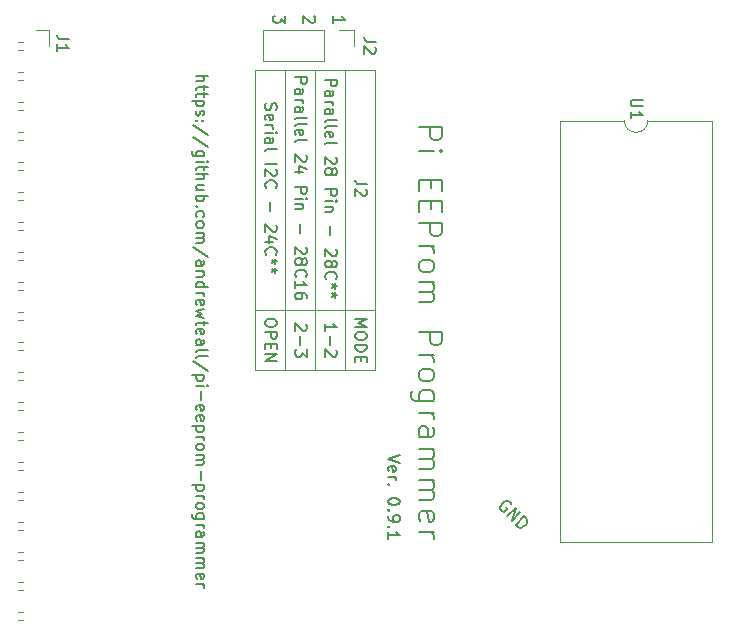
<source format=gbr>
G04 #@! TF.GenerationSoftware,KiCad,Pcbnew,6.0.8+dfsg-1~bpo11+1+rpt1*
G04 #@! TF.CreationDate,2023-08-16T15:04:43-04:00*
G04 #@! TF.ProjectId,pi-eeprom-programmer,70692d65-6570-4726-9f6d-2d70726f6772,0.9.1*
G04 #@! TF.SameCoordinates,Original*
G04 #@! TF.FileFunction,Legend,Top*
G04 #@! TF.FilePolarity,Positive*
%FSLAX46Y46*%
G04 Gerber Fmt 4.6, Leading zero omitted, Abs format (unit mm)*
G04 Created by KiCad (PCBNEW 6.0.8+dfsg-1~bpo11+1+rpt1) date 2023-08-16 15:04:43*
%MOMM*%
%LPD*%
G01*
G04 APERTURE LIST*
%ADD10C,0.120000*%
%ADD11C,0.150000*%
G04 APERTURE END LIST*
D10*
X162814000Y-46990000D02*
X162814000Y-72390000D01*
X165354000Y-46990000D02*
X155194000Y-46990000D01*
X155194000Y-46990000D02*
X155194000Y-72390000D01*
X155194000Y-72390000D02*
X165354000Y-72390000D01*
X165354000Y-72390000D02*
X165354000Y-46990000D01*
X165354000Y-67310000D02*
X155194000Y-67310000D01*
X157734000Y-72390000D02*
X157734000Y-46990000D01*
X160274000Y-72390000D02*
X160274000Y-46990000D01*
D11*
X169021238Y-51785785D02*
X171021238Y-51785785D01*
X171021238Y-52547690D01*
X170926000Y-52738166D01*
X170830761Y-52833404D01*
X170640285Y-52928642D01*
X170354571Y-52928642D01*
X170164095Y-52833404D01*
X170068857Y-52738166D01*
X169973619Y-52547690D01*
X169973619Y-51785785D01*
X169021238Y-53785785D02*
X170354571Y-53785785D01*
X171021238Y-53785785D02*
X170926000Y-53690547D01*
X170830761Y-53785785D01*
X170926000Y-53881023D01*
X171021238Y-53785785D01*
X170830761Y-53785785D01*
X170068857Y-56261976D02*
X170068857Y-56928642D01*
X169021238Y-57214357D02*
X169021238Y-56261976D01*
X171021238Y-56261976D01*
X171021238Y-57214357D01*
X170068857Y-58071500D02*
X170068857Y-58738166D01*
X169021238Y-59023880D02*
X169021238Y-58071500D01*
X171021238Y-58071500D01*
X171021238Y-59023880D01*
X169021238Y-59881023D02*
X171021238Y-59881023D01*
X171021238Y-60642928D01*
X170926000Y-60833404D01*
X170830761Y-60928642D01*
X170640285Y-61023880D01*
X170354571Y-61023880D01*
X170164095Y-60928642D01*
X170068857Y-60833404D01*
X169973619Y-60642928D01*
X169973619Y-59881023D01*
X169021238Y-61881023D02*
X170354571Y-61881023D01*
X169973619Y-61881023D02*
X170164095Y-61976261D01*
X170259333Y-62071500D01*
X170354571Y-62261976D01*
X170354571Y-62452452D01*
X169021238Y-63404833D02*
X169116476Y-63214357D01*
X169211714Y-63119119D01*
X169402190Y-63023880D01*
X169973619Y-63023880D01*
X170164095Y-63119119D01*
X170259333Y-63214357D01*
X170354571Y-63404833D01*
X170354571Y-63690547D01*
X170259333Y-63881023D01*
X170164095Y-63976261D01*
X169973619Y-64071500D01*
X169402190Y-64071500D01*
X169211714Y-63976261D01*
X169116476Y-63881023D01*
X169021238Y-63690547D01*
X169021238Y-63404833D01*
X169021238Y-64928642D02*
X170354571Y-64928642D01*
X170164095Y-64928642D02*
X170259333Y-65023880D01*
X170354571Y-65214357D01*
X170354571Y-65500071D01*
X170259333Y-65690547D01*
X170068857Y-65785785D01*
X169021238Y-65785785D01*
X170068857Y-65785785D02*
X170259333Y-65881023D01*
X170354571Y-66071500D01*
X170354571Y-66357214D01*
X170259333Y-66547690D01*
X170068857Y-66642928D01*
X169021238Y-66642928D01*
X169021238Y-69119119D02*
X171021238Y-69119119D01*
X171021238Y-69881023D01*
X170926000Y-70071500D01*
X170830761Y-70166738D01*
X170640285Y-70261976D01*
X170354571Y-70261976D01*
X170164095Y-70166738D01*
X170068857Y-70071500D01*
X169973619Y-69881023D01*
X169973619Y-69119119D01*
X169021238Y-71119119D02*
X170354571Y-71119119D01*
X169973619Y-71119119D02*
X170164095Y-71214357D01*
X170259333Y-71309595D01*
X170354571Y-71500071D01*
X170354571Y-71690547D01*
X169021238Y-72642928D02*
X169116476Y-72452452D01*
X169211714Y-72357214D01*
X169402190Y-72261976D01*
X169973619Y-72261976D01*
X170164095Y-72357214D01*
X170259333Y-72452452D01*
X170354571Y-72642928D01*
X170354571Y-72928642D01*
X170259333Y-73119119D01*
X170164095Y-73214357D01*
X169973619Y-73309595D01*
X169402190Y-73309595D01*
X169211714Y-73214357D01*
X169116476Y-73119119D01*
X169021238Y-72928642D01*
X169021238Y-72642928D01*
X170354571Y-75023880D02*
X168735523Y-75023880D01*
X168545047Y-74928642D01*
X168449809Y-74833404D01*
X168354571Y-74642928D01*
X168354571Y-74357214D01*
X168449809Y-74166738D01*
X169116476Y-75023880D02*
X169021238Y-74833404D01*
X169021238Y-74452452D01*
X169116476Y-74261976D01*
X169211714Y-74166738D01*
X169402190Y-74071500D01*
X169973619Y-74071500D01*
X170164095Y-74166738D01*
X170259333Y-74261976D01*
X170354571Y-74452452D01*
X170354571Y-74833404D01*
X170259333Y-75023880D01*
X169021238Y-75976261D02*
X170354571Y-75976261D01*
X169973619Y-75976261D02*
X170164095Y-76071500D01*
X170259333Y-76166738D01*
X170354571Y-76357214D01*
X170354571Y-76547690D01*
X169021238Y-78071500D02*
X170068857Y-78071500D01*
X170259333Y-77976261D01*
X170354571Y-77785785D01*
X170354571Y-77404833D01*
X170259333Y-77214357D01*
X169116476Y-78071500D02*
X169021238Y-77881023D01*
X169021238Y-77404833D01*
X169116476Y-77214357D01*
X169306952Y-77119119D01*
X169497428Y-77119119D01*
X169687904Y-77214357D01*
X169783142Y-77404833D01*
X169783142Y-77881023D01*
X169878380Y-78071500D01*
X169021238Y-79023880D02*
X170354571Y-79023880D01*
X170164095Y-79023880D02*
X170259333Y-79119119D01*
X170354571Y-79309595D01*
X170354571Y-79595309D01*
X170259333Y-79785785D01*
X170068857Y-79881023D01*
X169021238Y-79881023D01*
X170068857Y-79881023D02*
X170259333Y-79976261D01*
X170354571Y-80166738D01*
X170354571Y-80452452D01*
X170259333Y-80642928D01*
X170068857Y-80738166D01*
X169021238Y-80738166D01*
X169021238Y-81690547D02*
X170354571Y-81690547D01*
X170164095Y-81690547D02*
X170259333Y-81785785D01*
X170354571Y-81976261D01*
X170354571Y-82261976D01*
X170259333Y-82452452D01*
X170068857Y-82547690D01*
X169021238Y-82547690D01*
X170068857Y-82547690D02*
X170259333Y-82642928D01*
X170354571Y-82833404D01*
X170354571Y-83119119D01*
X170259333Y-83309595D01*
X170068857Y-83404833D01*
X169021238Y-83404833D01*
X169116476Y-85119119D02*
X169021238Y-84928642D01*
X169021238Y-84547690D01*
X169116476Y-84357214D01*
X169306952Y-84261976D01*
X170068857Y-84261976D01*
X170259333Y-84357214D01*
X170354571Y-84547690D01*
X170354571Y-84928642D01*
X170259333Y-85119119D01*
X170068857Y-85214357D01*
X169878380Y-85214357D01*
X169687904Y-84261976D01*
X169021238Y-86071500D02*
X170354571Y-86071500D01*
X169973619Y-86071500D02*
X170164095Y-86166738D01*
X170259333Y-86261976D01*
X170354571Y-86452452D01*
X170354571Y-86642928D01*
X161091619Y-47769047D02*
X162091619Y-47769047D01*
X162091619Y-48150000D01*
X162044000Y-48245238D01*
X161996380Y-48292857D01*
X161901142Y-48340476D01*
X161758285Y-48340476D01*
X161663047Y-48292857D01*
X161615428Y-48245238D01*
X161567809Y-48150000D01*
X161567809Y-47769047D01*
X161091619Y-49197619D02*
X161615428Y-49197619D01*
X161710666Y-49150000D01*
X161758285Y-49054762D01*
X161758285Y-48864285D01*
X161710666Y-48769047D01*
X161139238Y-49197619D02*
X161091619Y-49102381D01*
X161091619Y-48864285D01*
X161139238Y-48769047D01*
X161234476Y-48721428D01*
X161329714Y-48721428D01*
X161424952Y-48769047D01*
X161472571Y-48864285D01*
X161472571Y-49102381D01*
X161520190Y-49197619D01*
X161091619Y-49673809D02*
X161758285Y-49673809D01*
X161567809Y-49673809D02*
X161663047Y-49721428D01*
X161710666Y-49769047D01*
X161758285Y-49864285D01*
X161758285Y-49959524D01*
X161091619Y-50721428D02*
X161615428Y-50721428D01*
X161710666Y-50673809D01*
X161758285Y-50578571D01*
X161758285Y-50388095D01*
X161710666Y-50292857D01*
X161139238Y-50721428D02*
X161091619Y-50626190D01*
X161091619Y-50388095D01*
X161139238Y-50292857D01*
X161234476Y-50245238D01*
X161329714Y-50245238D01*
X161424952Y-50292857D01*
X161472571Y-50388095D01*
X161472571Y-50626190D01*
X161520190Y-50721428D01*
X161091619Y-51340476D02*
X161139238Y-51245238D01*
X161234476Y-51197619D01*
X162091619Y-51197619D01*
X161091619Y-51864285D02*
X161139238Y-51769047D01*
X161234476Y-51721428D01*
X162091619Y-51721428D01*
X161139238Y-52626190D02*
X161091619Y-52530952D01*
X161091619Y-52340476D01*
X161139238Y-52245238D01*
X161234476Y-52197619D01*
X161615428Y-52197619D01*
X161710666Y-52245238D01*
X161758285Y-52340476D01*
X161758285Y-52530952D01*
X161710666Y-52626190D01*
X161615428Y-52673809D01*
X161520190Y-52673809D01*
X161424952Y-52197619D01*
X161091619Y-53245238D02*
X161139238Y-53150000D01*
X161234476Y-53102381D01*
X162091619Y-53102381D01*
X161996380Y-54340476D02*
X162044000Y-54388095D01*
X162091619Y-54483333D01*
X162091619Y-54721428D01*
X162044000Y-54816666D01*
X161996380Y-54864285D01*
X161901142Y-54911904D01*
X161805904Y-54911904D01*
X161663047Y-54864285D01*
X161091619Y-54292857D01*
X161091619Y-54911904D01*
X161663047Y-55483333D02*
X161710666Y-55388095D01*
X161758285Y-55340476D01*
X161853523Y-55292857D01*
X161901142Y-55292857D01*
X161996380Y-55340476D01*
X162044000Y-55388095D01*
X162091619Y-55483333D01*
X162091619Y-55673809D01*
X162044000Y-55769047D01*
X161996380Y-55816666D01*
X161901142Y-55864285D01*
X161853523Y-55864285D01*
X161758285Y-55816666D01*
X161710666Y-55769047D01*
X161663047Y-55673809D01*
X161663047Y-55483333D01*
X161615428Y-55388095D01*
X161567809Y-55340476D01*
X161472571Y-55292857D01*
X161282095Y-55292857D01*
X161186857Y-55340476D01*
X161139238Y-55388095D01*
X161091619Y-55483333D01*
X161091619Y-55673809D01*
X161139238Y-55769047D01*
X161186857Y-55816666D01*
X161282095Y-55864285D01*
X161472571Y-55864285D01*
X161567809Y-55816666D01*
X161615428Y-55769047D01*
X161663047Y-55673809D01*
X161091619Y-57054762D02*
X162091619Y-57054762D01*
X162091619Y-57435714D01*
X162044000Y-57530952D01*
X161996380Y-57578571D01*
X161901142Y-57626190D01*
X161758285Y-57626190D01*
X161663047Y-57578571D01*
X161615428Y-57530952D01*
X161567809Y-57435714D01*
X161567809Y-57054762D01*
X161091619Y-58054762D02*
X161758285Y-58054762D01*
X162091619Y-58054762D02*
X162044000Y-58007143D01*
X161996380Y-58054762D01*
X162044000Y-58102381D01*
X162091619Y-58054762D01*
X161996380Y-58054762D01*
X161758285Y-58530952D02*
X161091619Y-58530952D01*
X161663047Y-58530952D02*
X161710666Y-58578571D01*
X161758285Y-58673809D01*
X161758285Y-58816666D01*
X161710666Y-58911904D01*
X161615428Y-58959524D01*
X161091619Y-58959524D01*
X161472571Y-60197619D02*
X161472571Y-60959524D01*
X161996380Y-62150000D02*
X162044000Y-62197619D01*
X162091619Y-62292857D01*
X162091619Y-62530952D01*
X162044000Y-62626190D01*
X161996380Y-62673809D01*
X161901142Y-62721428D01*
X161805904Y-62721428D01*
X161663047Y-62673809D01*
X161091619Y-62102381D01*
X161091619Y-62721428D01*
X161663047Y-63292857D02*
X161710666Y-63197619D01*
X161758285Y-63150000D01*
X161853523Y-63102381D01*
X161901142Y-63102381D01*
X161996380Y-63150000D01*
X162044000Y-63197619D01*
X162091619Y-63292857D01*
X162091619Y-63483333D01*
X162044000Y-63578571D01*
X161996380Y-63626190D01*
X161901142Y-63673809D01*
X161853523Y-63673809D01*
X161758285Y-63626190D01*
X161710666Y-63578571D01*
X161663047Y-63483333D01*
X161663047Y-63292857D01*
X161615428Y-63197619D01*
X161567809Y-63150000D01*
X161472571Y-63102381D01*
X161282095Y-63102381D01*
X161186857Y-63150000D01*
X161139238Y-63197619D01*
X161091619Y-63292857D01*
X161091619Y-63483333D01*
X161139238Y-63578571D01*
X161186857Y-63626190D01*
X161282095Y-63673809D01*
X161472571Y-63673809D01*
X161567809Y-63626190D01*
X161615428Y-63578571D01*
X161663047Y-63483333D01*
X161186857Y-64673809D02*
X161139238Y-64626190D01*
X161091619Y-64483333D01*
X161091619Y-64388095D01*
X161139238Y-64245238D01*
X161234476Y-64150000D01*
X161329714Y-64102381D01*
X161520190Y-64054762D01*
X161663047Y-64054762D01*
X161853523Y-64102381D01*
X161948761Y-64150000D01*
X162044000Y-64245238D01*
X162091619Y-64388095D01*
X162091619Y-64483333D01*
X162044000Y-64626190D01*
X161996380Y-64673809D01*
X162091619Y-65245238D02*
X161853523Y-65245238D01*
X161948761Y-65007143D02*
X161853523Y-65245238D01*
X161948761Y-65483333D01*
X161663047Y-65102381D02*
X161853523Y-65245238D01*
X161663047Y-65388095D01*
X162091619Y-66007143D02*
X161853523Y-66007143D01*
X161948761Y-65769047D02*
X161853523Y-66007143D01*
X161948761Y-66245238D01*
X161663047Y-65864285D02*
X161853523Y-66007143D01*
X161663047Y-66150000D01*
X167425619Y-79547690D02*
X166425619Y-79881024D01*
X167425619Y-80214357D01*
X166473238Y-80928643D02*
X166425619Y-80833405D01*
X166425619Y-80642929D01*
X166473238Y-80547690D01*
X166568476Y-80500071D01*
X166949428Y-80500071D01*
X167044666Y-80547690D01*
X167092285Y-80642929D01*
X167092285Y-80833405D01*
X167044666Y-80928643D01*
X166949428Y-80976262D01*
X166854190Y-80976262D01*
X166758952Y-80500071D01*
X166425619Y-81404833D02*
X167092285Y-81404833D01*
X166901809Y-81404833D02*
X166997047Y-81452452D01*
X167044666Y-81500071D01*
X167092285Y-81595309D01*
X167092285Y-81690548D01*
X166520857Y-82023881D02*
X166473238Y-82071500D01*
X166425619Y-82023881D01*
X166473238Y-81976262D01*
X166520857Y-82023881D01*
X166425619Y-82023881D01*
X167425619Y-83452452D02*
X167425619Y-83547690D01*
X167378000Y-83642929D01*
X167330380Y-83690548D01*
X167235142Y-83738167D01*
X167044666Y-83785786D01*
X166806571Y-83785786D01*
X166616095Y-83738167D01*
X166520857Y-83690548D01*
X166473238Y-83642929D01*
X166425619Y-83547690D01*
X166425619Y-83452452D01*
X166473238Y-83357214D01*
X166520857Y-83309595D01*
X166616095Y-83261976D01*
X166806571Y-83214357D01*
X167044666Y-83214357D01*
X167235142Y-83261976D01*
X167330380Y-83309595D01*
X167378000Y-83357214D01*
X167425619Y-83452452D01*
X166520857Y-84214357D02*
X166473238Y-84261976D01*
X166425619Y-84214357D01*
X166473238Y-84166738D01*
X166520857Y-84214357D01*
X166425619Y-84214357D01*
X166425619Y-84738167D02*
X166425619Y-84928643D01*
X166473238Y-85023881D01*
X166520857Y-85071500D01*
X166663714Y-85166738D01*
X166854190Y-85214357D01*
X167235142Y-85214357D01*
X167330380Y-85166738D01*
X167378000Y-85119119D01*
X167425619Y-85023881D01*
X167425619Y-84833405D01*
X167378000Y-84738167D01*
X167330380Y-84690548D01*
X167235142Y-84642929D01*
X166997047Y-84642929D01*
X166901809Y-84690548D01*
X166854190Y-84738167D01*
X166806571Y-84833405D01*
X166806571Y-85023881D01*
X166854190Y-85119119D01*
X166901809Y-85166738D01*
X166997047Y-85214357D01*
X166520857Y-85642929D02*
X166473238Y-85690548D01*
X166425619Y-85642929D01*
X166473238Y-85595309D01*
X166520857Y-85642929D01*
X166425619Y-85642929D01*
X166425619Y-86642929D02*
X166425619Y-86071500D01*
X166425619Y-86357214D02*
X167425619Y-86357214D01*
X167282761Y-86261976D01*
X167187523Y-86166738D01*
X167139904Y-86071500D01*
X176852805Y-83719898D02*
X176819133Y-83618883D01*
X176718118Y-83517868D01*
X176583431Y-83450524D01*
X176448744Y-83450524D01*
X176347729Y-83484196D01*
X176179370Y-83585211D01*
X176078355Y-83686226D01*
X175977339Y-83854585D01*
X175943668Y-83955600D01*
X175943668Y-84090287D01*
X176011011Y-84224974D01*
X176078355Y-84292318D01*
X176213042Y-84359661D01*
X176280385Y-84359661D01*
X176516087Y-84123959D01*
X176381400Y-83989272D01*
X176516087Y-84730051D02*
X177223194Y-84022944D01*
X176920148Y-85134112D01*
X177627255Y-84427005D01*
X177256866Y-85470829D02*
X177963973Y-84763722D01*
X178132331Y-84932081D01*
X178199675Y-85066768D01*
X178199675Y-85201455D01*
X178166003Y-85302470D01*
X178064988Y-85470829D01*
X177963973Y-85571844D01*
X177795614Y-85672860D01*
X177694599Y-85706531D01*
X177559912Y-85706531D01*
X177425225Y-85639188D01*
X177256866Y-85470829D01*
X159456380Y-68469047D02*
X159504000Y-68516666D01*
X159551619Y-68611904D01*
X159551619Y-68850000D01*
X159504000Y-68945238D01*
X159456380Y-68992857D01*
X159361142Y-69040476D01*
X159265904Y-69040476D01*
X159123047Y-68992857D01*
X158551619Y-68421428D01*
X158551619Y-69040476D01*
X158932571Y-69469047D02*
X158932571Y-70230952D01*
X159551619Y-70611904D02*
X159551619Y-71230952D01*
X159170666Y-70897619D01*
X159170666Y-71040476D01*
X159123047Y-71135714D01*
X159075428Y-71183333D01*
X158980190Y-71230952D01*
X158742095Y-71230952D01*
X158646857Y-71183333D01*
X158599238Y-71135714D01*
X158551619Y-71040476D01*
X158551619Y-70754761D01*
X158599238Y-70659523D01*
X158646857Y-70611904D01*
X158551619Y-47578571D02*
X159551619Y-47578571D01*
X159551619Y-47959524D01*
X159504000Y-48054762D01*
X159456380Y-48102381D01*
X159361142Y-48150000D01*
X159218285Y-48150000D01*
X159123047Y-48102381D01*
X159075428Y-48054762D01*
X159027809Y-47959524D01*
X159027809Y-47578571D01*
X158551619Y-49007143D02*
X159075428Y-49007143D01*
X159170666Y-48959524D01*
X159218285Y-48864285D01*
X159218285Y-48673809D01*
X159170666Y-48578571D01*
X158599238Y-49007143D02*
X158551619Y-48911904D01*
X158551619Y-48673809D01*
X158599238Y-48578571D01*
X158694476Y-48530952D01*
X158789714Y-48530952D01*
X158884952Y-48578571D01*
X158932571Y-48673809D01*
X158932571Y-48911904D01*
X158980190Y-49007143D01*
X158551619Y-49483333D02*
X159218285Y-49483333D01*
X159027809Y-49483333D02*
X159123047Y-49530952D01*
X159170666Y-49578571D01*
X159218285Y-49673809D01*
X159218285Y-49769047D01*
X158551619Y-50530952D02*
X159075428Y-50530952D01*
X159170666Y-50483333D01*
X159218285Y-50388095D01*
X159218285Y-50197619D01*
X159170666Y-50102381D01*
X158599238Y-50530952D02*
X158551619Y-50435714D01*
X158551619Y-50197619D01*
X158599238Y-50102381D01*
X158694476Y-50054762D01*
X158789714Y-50054762D01*
X158884952Y-50102381D01*
X158932571Y-50197619D01*
X158932571Y-50435714D01*
X158980190Y-50530952D01*
X158551619Y-51150000D02*
X158599238Y-51054762D01*
X158694476Y-51007143D01*
X159551619Y-51007143D01*
X158551619Y-51673809D02*
X158599238Y-51578571D01*
X158694476Y-51530952D01*
X159551619Y-51530952D01*
X158599238Y-52435714D02*
X158551619Y-52340476D01*
X158551619Y-52150000D01*
X158599238Y-52054762D01*
X158694476Y-52007143D01*
X159075428Y-52007143D01*
X159170666Y-52054762D01*
X159218285Y-52150000D01*
X159218285Y-52340476D01*
X159170666Y-52435714D01*
X159075428Y-52483333D01*
X158980190Y-52483333D01*
X158884952Y-52007143D01*
X158551619Y-53054762D02*
X158599238Y-52959524D01*
X158694476Y-52911904D01*
X159551619Y-52911904D01*
X159456380Y-54150000D02*
X159504000Y-54197619D01*
X159551619Y-54292857D01*
X159551619Y-54530952D01*
X159504000Y-54626190D01*
X159456380Y-54673809D01*
X159361142Y-54721428D01*
X159265904Y-54721428D01*
X159123047Y-54673809D01*
X158551619Y-54102381D01*
X158551619Y-54721428D01*
X159218285Y-55578571D02*
X158551619Y-55578571D01*
X159599238Y-55340476D02*
X158884952Y-55102381D01*
X158884952Y-55721428D01*
X158551619Y-56864285D02*
X159551619Y-56864285D01*
X159551619Y-57245238D01*
X159504000Y-57340476D01*
X159456380Y-57388095D01*
X159361142Y-57435714D01*
X159218285Y-57435714D01*
X159123047Y-57388095D01*
X159075428Y-57340476D01*
X159027809Y-57245238D01*
X159027809Y-56864285D01*
X158551619Y-57864285D02*
X159218285Y-57864285D01*
X159551619Y-57864285D02*
X159504000Y-57816666D01*
X159456380Y-57864285D01*
X159504000Y-57911904D01*
X159551619Y-57864285D01*
X159456380Y-57864285D01*
X159218285Y-58340476D02*
X158551619Y-58340476D01*
X159123047Y-58340476D02*
X159170666Y-58388095D01*
X159218285Y-58483333D01*
X159218285Y-58626190D01*
X159170666Y-58721428D01*
X159075428Y-58769047D01*
X158551619Y-58769047D01*
X158932571Y-60007143D02*
X158932571Y-60769047D01*
X159456380Y-61959524D02*
X159504000Y-62007143D01*
X159551619Y-62102381D01*
X159551619Y-62340476D01*
X159504000Y-62435714D01*
X159456380Y-62483333D01*
X159361142Y-62530952D01*
X159265904Y-62530952D01*
X159123047Y-62483333D01*
X158551619Y-61911904D01*
X158551619Y-62530952D01*
X159123047Y-63102381D02*
X159170666Y-63007143D01*
X159218285Y-62959524D01*
X159313523Y-62911904D01*
X159361142Y-62911904D01*
X159456380Y-62959524D01*
X159504000Y-63007143D01*
X159551619Y-63102381D01*
X159551619Y-63292857D01*
X159504000Y-63388095D01*
X159456380Y-63435714D01*
X159361142Y-63483333D01*
X159313523Y-63483333D01*
X159218285Y-63435714D01*
X159170666Y-63388095D01*
X159123047Y-63292857D01*
X159123047Y-63102381D01*
X159075428Y-63007143D01*
X159027809Y-62959524D01*
X158932571Y-62911904D01*
X158742095Y-62911904D01*
X158646857Y-62959524D01*
X158599238Y-63007143D01*
X158551619Y-63102381D01*
X158551619Y-63292857D01*
X158599238Y-63388095D01*
X158646857Y-63435714D01*
X158742095Y-63483333D01*
X158932571Y-63483333D01*
X159027809Y-63435714D01*
X159075428Y-63388095D01*
X159123047Y-63292857D01*
X158646857Y-64483333D02*
X158599238Y-64435714D01*
X158551619Y-64292857D01*
X158551619Y-64197619D01*
X158599238Y-64054762D01*
X158694476Y-63959524D01*
X158789714Y-63911904D01*
X158980190Y-63864285D01*
X159123047Y-63864285D01*
X159313523Y-63911904D01*
X159408761Y-63959524D01*
X159504000Y-64054762D01*
X159551619Y-64197619D01*
X159551619Y-64292857D01*
X159504000Y-64435714D01*
X159456380Y-64483333D01*
X158551619Y-65435714D02*
X158551619Y-64864285D01*
X158551619Y-65150000D02*
X159551619Y-65150000D01*
X159408761Y-65054762D01*
X159313523Y-64959524D01*
X159265904Y-64864285D01*
X159551619Y-66292857D02*
X159551619Y-66102381D01*
X159504000Y-66007143D01*
X159456380Y-65959524D01*
X159313523Y-65864285D01*
X159123047Y-65816666D01*
X158742095Y-65816666D01*
X158646857Y-65864285D01*
X158599238Y-65911904D01*
X158551619Y-66007143D01*
X158551619Y-66197619D01*
X158599238Y-66292857D01*
X158646857Y-66340476D01*
X158742095Y-66388095D01*
X158980190Y-66388095D01*
X159075428Y-66340476D01*
X159123047Y-66292857D01*
X159170666Y-66197619D01*
X159170666Y-66007143D01*
X159123047Y-65911904D01*
X159075428Y-65864285D01*
X158980190Y-65816666D01*
X156059238Y-49792857D02*
X156011619Y-49935714D01*
X156011619Y-50173809D01*
X156059238Y-50269047D01*
X156106857Y-50316666D01*
X156202095Y-50364285D01*
X156297333Y-50364285D01*
X156392571Y-50316666D01*
X156440190Y-50269047D01*
X156487809Y-50173809D01*
X156535428Y-49983333D01*
X156583047Y-49888095D01*
X156630666Y-49840476D01*
X156725904Y-49792857D01*
X156821142Y-49792857D01*
X156916380Y-49840476D01*
X156964000Y-49888095D01*
X157011619Y-49983333D01*
X157011619Y-50221428D01*
X156964000Y-50364285D01*
X156059238Y-51173809D02*
X156011619Y-51078571D01*
X156011619Y-50888095D01*
X156059238Y-50792857D01*
X156154476Y-50745238D01*
X156535428Y-50745238D01*
X156630666Y-50792857D01*
X156678285Y-50888095D01*
X156678285Y-51078571D01*
X156630666Y-51173809D01*
X156535428Y-51221428D01*
X156440190Y-51221428D01*
X156344952Y-50745238D01*
X156011619Y-51650000D02*
X156678285Y-51650000D01*
X156487809Y-51650000D02*
X156583047Y-51697619D01*
X156630666Y-51745238D01*
X156678285Y-51840476D01*
X156678285Y-51935714D01*
X156011619Y-52269047D02*
X156678285Y-52269047D01*
X157011619Y-52269047D02*
X156964000Y-52221428D01*
X156916380Y-52269047D01*
X156964000Y-52316666D01*
X157011619Y-52269047D01*
X156916380Y-52269047D01*
X156011619Y-53173809D02*
X156535428Y-53173809D01*
X156630666Y-53126190D01*
X156678285Y-53030952D01*
X156678285Y-52840476D01*
X156630666Y-52745238D01*
X156059238Y-53173809D02*
X156011619Y-53078571D01*
X156011619Y-52840476D01*
X156059238Y-52745238D01*
X156154476Y-52697619D01*
X156249714Y-52697619D01*
X156344952Y-52745238D01*
X156392571Y-52840476D01*
X156392571Y-53078571D01*
X156440190Y-53173809D01*
X156011619Y-53792857D02*
X156059238Y-53697619D01*
X156154476Y-53650000D01*
X157011619Y-53650000D01*
X156011619Y-54935714D02*
X157011619Y-54935714D01*
X156916380Y-55364285D02*
X156964000Y-55411904D01*
X157011619Y-55507143D01*
X157011619Y-55745238D01*
X156964000Y-55840476D01*
X156916380Y-55888095D01*
X156821142Y-55935714D01*
X156725904Y-55935714D01*
X156583047Y-55888095D01*
X156011619Y-55316666D01*
X156011619Y-55935714D01*
X156106857Y-56935714D02*
X156059238Y-56888095D01*
X156011619Y-56745238D01*
X156011619Y-56650000D01*
X156059238Y-56507143D01*
X156154476Y-56411904D01*
X156249714Y-56364285D01*
X156440190Y-56316666D01*
X156583047Y-56316666D01*
X156773523Y-56364285D01*
X156868761Y-56411904D01*
X156964000Y-56507143D01*
X157011619Y-56650000D01*
X157011619Y-56745238D01*
X156964000Y-56888095D01*
X156916380Y-56935714D01*
X156392571Y-58126190D02*
X156392571Y-58888095D01*
X156916380Y-60078571D02*
X156964000Y-60126190D01*
X157011619Y-60221428D01*
X157011619Y-60459524D01*
X156964000Y-60554762D01*
X156916380Y-60602381D01*
X156821142Y-60650000D01*
X156725904Y-60650000D01*
X156583047Y-60602381D01*
X156011619Y-60030952D01*
X156011619Y-60650000D01*
X156678285Y-61507143D02*
X156011619Y-61507143D01*
X157059238Y-61269047D02*
X156344952Y-61030952D01*
X156344952Y-61650000D01*
X156106857Y-62602381D02*
X156059238Y-62554762D01*
X156011619Y-62411904D01*
X156011619Y-62316666D01*
X156059238Y-62173809D01*
X156154476Y-62078571D01*
X156249714Y-62030952D01*
X156440190Y-61983333D01*
X156583047Y-61983333D01*
X156773523Y-62030952D01*
X156868761Y-62078571D01*
X156964000Y-62173809D01*
X157011619Y-62316666D01*
X157011619Y-62411904D01*
X156964000Y-62554762D01*
X156916380Y-62602381D01*
X157011619Y-63173809D02*
X156773523Y-63173809D01*
X156868761Y-62935714D02*
X156773523Y-63173809D01*
X156868761Y-63411904D01*
X156583047Y-63030952D02*
X156773523Y-63173809D01*
X156583047Y-63316666D01*
X157011619Y-63935714D02*
X156773523Y-63935714D01*
X156868761Y-63697619D02*
X156773523Y-63935714D01*
X156868761Y-64173809D01*
X156583047Y-63792857D02*
X156773523Y-63935714D01*
X156583047Y-64078571D01*
X150169619Y-47500071D02*
X151169619Y-47500071D01*
X150169619Y-47928642D02*
X150693428Y-47928642D01*
X150788666Y-47881023D01*
X150836285Y-47785785D01*
X150836285Y-47642928D01*
X150788666Y-47547690D01*
X150741047Y-47500071D01*
X150836285Y-48261976D02*
X150836285Y-48642928D01*
X151169619Y-48404833D02*
X150312476Y-48404833D01*
X150217238Y-48452452D01*
X150169619Y-48547690D01*
X150169619Y-48642928D01*
X150836285Y-48833404D02*
X150836285Y-49214357D01*
X151169619Y-48976261D02*
X150312476Y-48976261D01*
X150217238Y-49023880D01*
X150169619Y-49119119D01*
X150169619Y-49214357D01*
X150836285Y-49547690D02*
X149836285Y-49547690D01*
X150788666Y-49547690D02*
X150836285Y-49642928D01*
X150836285Y-49833404D01*
X150788666Y-49928642D01*
X150741047Y-49976261D01*
X150645809Y-50023880D01*
X150360095Y-50023880D01*
X150264857Y-49976261D01*
X150217238Y-49928642D01*
X150169619Y-49833404D01*
X150169619Y-49642928D01*
X150217238Y-49547690D01*
X150217238Y-50404833D02*
X150169619Y-50500071D01*
X150169619Y-50690547D01*
X150217238Y-50785785D01*
X150312476Y-50833404D01*
X150360095Y-50833404D01*
X150455333Y-50785785D01*
X150502952Y-50690547D01*
X150502952Y-50547690D01*
X150550571Y-50452452D01*
X150645809Y-50404833D01*
X150693428Y-50404833D01*
X150788666Y-50452452D01*
X150836285Y-50547690D01*
X150836285Y-50690547D01*
X150788666Y-50785785D01*
X150264857Y-51261976D02*
X150217238Y-51309595D01*
X150169619Y-51261976D01*
X150217238Y-51214357D01*
X150264857Y-51261976D01*
X150169619Y-51261976D01*
X150788666Y-51261976D02*
X150741047Y-51309595D01*
X150693428Y-51261976D01*
X150741047Y-51214357D01*
X150788666Y-51261976D01*
X150693428Y-51261976D01*
X151217238Y-52452452D02*
X149931523Y-51595309D01*
X151217238Y-53500071D02*
X149931523Y-52642928D01*
X150836285Y-54261976D02*
X150026761Y-54261976D01*
X149931523Y-54214357D01*
X149883904Y-54166738D01*
X149836285Y-54071500D01*
X149836285Y-53928642D01*
X149883904Y-53833404D01*
X150217238Y-54261976D02*
X150169619Y-54166738D01*
X150169619Y-53976261D01*
X150217238Y-53881023D01*
X150264857Y-53833404D01*
X150360095Y-53785785D01*
X150645809Y-53785785D01*
X150741047Y-53833404D01*
X150788666Y-53881023D01*
X150836285Y-53976261D01*
X150836285Y-54166738D01*
X150788666Y-54261976D01*
X150169619Y-54738166D02*
X150836285Y-54738166D01*
X151169619Y-54738166D02*
X151122000Y-54690547D01*
X151074380Y-54738166D01*
X151122000Y-54785785D01*
X151169619Y-54738166D01*
X151074380Y-54738166D01*
X150836285Y-55071500D02*
X150836285Y-55452452D01*
X151169619Y-55214357D02*
X150312476Y-55214357D01*
X150217238Y-55261976D01*
X150169619Y-55357214D01*
X150169619Y-55452452D01*
X150169619Y-55785785D02*
X151169619Y-55785785D01*
X150169619Y-56214357D02*
X150693428Y-56214357D01*
X150788666Y-56166738D01*
X150836285Y-56071500D01*
X150836285Y-55928642D01*
X150788666Y-55833404D01*
X150741047Y-55785785D01*
X150836285Y-57119119D02*
X150169619Y-57119119D01*
X150836285Y-56690547D02*
X150312476Y-56690547D01*
X150217238Y-56738166D01*
X150169619Y-56833404D01*
X150169619Y-56976261D01*
X150217238Y-57071500D01*
X150264857Y-57119119D01*
X150169619Y-57595309D02*
X151169619Y-57595309D01*
X150788666Y-57595309D02*
X150836285Y-57690547D01*
X150836285Y-57881023D01*
X150788666Y-57976261D01*
X150741047Y-58023880D01*
X150645809Y-58071500D01*
X150360095Y-58071500D01*
X150264857Y-58023880D01*
X150217238Y-57976261D01*
X150169619Y-57881023D01*
X150169619Y-57690547D01*
X150217238Y-57595309D01*
X150264857Y-58500071D02*
X150217238Y-58547690D01*
X150169619Y-58500071D01*
X150217238Y-58452452D01*
X150264857Y-58500071D01*
X150169619Y-58500071D01*
X150217238Y-59404833D02*
X150169619Y-59309595D01*
X150169619Y-59119119D01*
X150217238Y-59023880D01*
X150264857Y-58976261D01*
X150360095Y-58928642D01*
X150645809Y-58928642D01*
X150741047Y-58976261D01*
X150788666Y-59023880D01*
X150836285Y-59119119D01*
X150836285Y-59309595D01*
X150788666Y-59404833D01*
X150169619Y-59976261D02*
X150217238Y-59881023D01*
X150264857Y-59833404D01*
X150360095Y-59785785D01*
X150645809Y-59785785D01*
X150741047Y-59833404D01*
X150788666Y-59881023D01*
X150836285Y-59976261D01*
X150836285Y-60119119D01*
X150788666Y-60214357D01*
X150741047Y-60261976D01*
X150645809Y-60309595D01*
X150360095Y-60309595D01*
X150264857Y-60261976D01*
X150217238Y-60214357D01*
X150169619Y-60119119D01*
X150169619Y-59976261D01*
X150169619Y-60738166D02*
X150836285Y-60738166D01*
X150741047Y-60738166D02*
X150788666Y-60785785D01*
X150836285Y-60881023D01*
X150836285Y-61023880D01*
X150788666Y-61119119D01*
X150693428Y-61166738D01*
X150169619Y-61166738D01*
X150693428Y-61166738D02*
X150788666Y-61214357D01*
X150836285Y-61309595D01*
X150836285Y-61452452D01*
X150788666Y-61547690D01*
X150693428Y-61595309D01*
X150169619Y-61595309D01*
X151217238Y-62785785D02*
X149931523Y-61928642D01*
X150169619Y-63547690D02*
X150693428Y-63547690D01*
X150788666Y-63500071D01*
X150836285Y-63404833D01*
X150836285Y-63214357D01*
X150788666Y-63119119D01*
X150217238Y-63547690D02*
X150169619Y-63452452D01*
X150169619Y-63214357D01*
X150217238Y-63119119D01*
X150312476Y-63071500D01*
X150407714Y-63071500D01*
X150502952Y-63119119D01*
X150550571Y-63214357D01*
X150550571Y-63452452D01*
X150598190Y-63547690D01*
X150836285Y-64023880D02*
X150169619Y-64023880D01*
X150741047Y-64023880D02*
X150788666Y-64071500D01*
X150836285Y-64166738D01*
X150836285Y-64309595D01*
X150788666Y-64404833D01*
X150693428Y-64452452D01*
X150169619Y-64452452D01*
X150169619Y-65357214D02*
X151169619Y-65357214D01*
X150217238Y-65357214D02*
X150169619Y-65261976D01*
X150169619Y-65071500D01*
X150217238Y-64976261D01*
X150264857Y-64928642D01*
X150360095Y-64881023D01*
X150645809Y-64881023D01*
X150741047Y-64928642D01*
X150788666Y-64976261D01*
X150836285Y-65071500D01*
X150836285Y-65261976D01*
X150788666Y-65357214D01*
X150169619Y-65833404D02*
X150836285Y-65833404D01*
X150645809Y-65833404D02*
X150741047Y-65881023D01*
X150788666Y-65928642D01*
X150836285Y-66023880D01*
X150836285Y-66119119D01*
X150217238Y-66833404D02*
X150169619Y-66738166D01*
X150169619Y-66547690D01*
X150217238Y-66452452D01*
X150312476Y-66404833D01*
X150693428Y-66404833D01*
X150788666Y-66452452D01*
X150836285Y-66547690D01*
X150836285Y-66738166D01*
X150788666Y-66833404D01*
X150693428Y-66881023D01*
X150598190Y-66881023D01*
X150502952Y-66404833D01*
X150836285Y-67214357D02*
X150169619Y-67404833D01*
X150645809Y-67595309D01*
X150169619Y-67785785D01*
X150836285Y-67976261D01*
X150836285Y-68214357D02*
X150836285Y-68595309D01*
X151169619Y-68357214D02*
X150312476Y-68357214D01*
X150217238Y-68404833D01*
X150169619Y-68500071D01*
X150169619Y-68595309D01*
X150217238Y-69309595D02*
X150169619Y-69214357D01*
X150169619Y-69023880D01*
X150217238Y-68928642D01*
X150312476Y-68881023D01*
X150693428Y-68881023D01*
X150788666Y-68928642D01*
X150836285Y-69023880D01*
X150836285Y-69214357D01*
X150788666Y-69309595D01*
X150693428Y-69357214D01*
X150598190Y-69357214D01*
X150502952Y-68881023D01*
X150169619Y-70214357D02*
X150693428Y-70214357D01*
X150788666Y-70166738D01*
X150836285Y-70071500D01*
X150836285Y-69881023D01*
X150788666Y-69785785D01*
X150217238Y-70214357D02*
X150169619Y-70119119D01*
X150169619Y-69881023D01*
X150217238Y-69785785D01*
X150312476Y-69738166D01*
X150407714Y-69738166D01*
X150502952Y-69785785D01*
X150550571Y-69881023D01*
X150550571Y-70119119D01*
X150598190Y-70214357D01*
X150169619Y-70833404D02*
X150217238Y-70738166D01*
X150312476Y-70690547D01*
X151169619Y-70690547D01*
X150169619Y-71357214D02*
X150217238Y-71261976D01*
X150312476Y-71214357D01*
X151169619Y-71214357D01*
X151217238Y-72452452D02*
X149931523Y-71595309D01*
X150836285Y-72785785D02*
X149836285Y-72785785D01*
X150788666Y-72785785D02*
X150836285Y-72881023D01*
X150836285Y-73071499D01*
X150788666Y-73166738D01*
X150741047Y-73214357D01*
X150645809Y-73261976D01*
X150360095Y-73261976D01*
X150264857Y-73214357D01*
X150217238Y-73166738D01*
X150169619Y-73071499D01*
X150169619Y-72881023D01*
X150217238Y-72785785D01*
X150169619Y-73690547D02*
X150836285Y-73690547D01*
X151169619Y-73690547D02*
X151122000Y-73642928D01*
X151074380Y-73690547D01*
X151122000Y-73738166D01*
X151169619Y-73690547D01*
X151074380Y-73690547D01*
X150550571Y-74166738D02*
X150550571Y-74928642D01*
X150217238Y-75785785D02*
X150169619Y-75690547D01*
X150169619Y-75500071D01*
X150217238Y-75404833D01*
X150312476Y-75357214D01*
X150693428Y-75357214D01*
X150788666Y-75404833D01*
X150836285Y-75500071D01*
X150836285Y-75690547D01*
X150788666Y-75785785D01*
X150693428Y-75833404D01*
X150598190Y-75833404D01*
X150502952Y-75357214D01*
X150217238Y-76642928D02*
X150169619Y-76547690D01*
X150169619Y-76357214D01*
X150217238Y-76261976D01*
X150312476Y-76214357D01*
X150693428Y-76214357D01*
X150788666Y-76261976D01*
X150836285Y-76357214D01*
X150836285Y-76547690D01*
X150788666Y-76642928D01*
X150693428Y-76690547D01*
X150598190Y-76690547D01*
X150502952Y-76214357D01*
X150836285Y-77119119D02*
X149836285Y-77119119D01*
X150788666Y-77119119D02*
X150836285Y-77214357D01*
X150836285Y-77404833D01*
X150788666Y-77500071D01*
X150741047Y-77547690D01*
X150645809Y-77595309D01*
X150360095Y-77595309D01*
X150264857Y-77547690D01*
X150217238Y-77500071D01*
X150169619Y-77404833D01*
X150169619Y-77214357D01*
X150217238Y-77119119D01*
X150169619Y-78023880D02*
X150836285Y-78023880D01*
X150645809Y-78023880D02*
X150741047Y-78071500D01*
X150788666Y-78119119D01*
X150836285Y-78214357D01*
X150836285Y-78309595D01*
X150169619Y-78785785D02*
X150217238Y-78690547D01*
X150264857Y-78642928D01*
X150360095Y-78595309D01*
X150645809Y-78595309D01*
X150741047Y-78642928D01*
X150788666Y-78690547D01*
X150836285Y-78785785D01*
X150836285Y-78928642D01*
X150788666Y-79023880D01*
X150741047Y-79071500D01*
X150645809Y-79119119D01*
X150360095Y-79119119D01*
X150264857Y-79071500D01*
X150217238Y-79023880D01*
X150169619Y-78928642D01*
X150169619Y-78785785D01*
X150169619Y-79547690D02*
X150836285Y-79547690D01*
X150741047Y-79547690D02*
X150788666Y-79595309D01*
X150836285Y-79690547D01*
X150836285Y-79833404D01*
X150788666Y-79928642D01*
X150693428Y-79976261D01*
X150169619Y-79976261D01*
X150693428Y-79976261D02*
X150788666Y-80023880D01*
X150836285Y-80119119D01*
X150836285Y-80261976D01*
X150788666Y-80357214D01*
X150693428Y-80404833D01*
X150169619Y-80404833D01*
X150550571Y-80881023D02*
X150550571Y-81642928D01*
X150836285Y-82119119D02*
X149836285Y-82119119D01*
X150788666Y-82119119D02*
X150836285Y-82214357D01*
X150836285Y-82404833D01*
X150788666Y-82500071D01*
X150741047Y-82547690D01*
X150645809Y-82595309D01*
X150360095Y-82595309D01*
X150264857Y-82547690D01*
X150217238Y-82500071D01*
X150169619Y-82404833D01*
X150169619Y-82214357D01*
X150217238Y-82119119D01*
X150169619Y-83023880D02*
X150836285Y-83023880D01*
X150645809Y-83023880D02*
X150741047Y-83071499D01*
X150788666Y-83119119D01*
X150836285Y-83214357D01*
X150836285Y-83309595D01*
X150169619Y-83785785D02*
X150217238Y-83690547D01*
X150264857Y-83642928D01*
X150360095Y-83595309D01*
X150645809Y-83595309D01*
X150741047Y-83642928D01*
X150788666Y-83690547D01*
X150836285Y-83785785D01*
X150836285Y-83928642D01*
X150788666Y-84023880D01*
X150741047Y-84071499D01*
X150645809Y-84119119D01*
X150360095Y-84119119D01*
X150264857Y-84071499D01*
X150217238Y-84023880D01*
X150169619Y-83928642D01*
X150169619Y-83785785D01*
X150836285Y-84976261D02*
X150026761Y-84976261D01*
X149931523Y-84928642D01*
X149883904Y-84881023D01*
X149836285Y-84785785D01*
X149836285Y-84642928D01*
X149883904Y-84547690D01*
X150217238Y-84976261D02*
X150169619Y-84881023D01*
X150169619Y-84690547D01*
X150217238Y-84595309D01*
X150264857Y-84547690D01*
X150360095Y-84500071D01*
X150645809Y-84500071D01*
X150741047Y-84547690D01*
X150788666Y-84595309D01*
X150836285Y-84690547D01*
X150836285Y-84881023D01*
X150788666Y-84976261D01*
X150169619Y-85452452D02*
X150836285Y-85452452D01*
X150645809Y-85452452D02*
X150741047Y-85500071D01*
X150788666Y-85547690D01*
X150836285Y-85642928D01*
X150836285Y-85738166D01*
X150169619Y-86500071D02*
X150693428Y-86500071D01*
X150788666Y-86452452D01*
X150836285Y-86357214D01*
X150836285Y-86166738D01*
X150788666Y-86071499D01*
X150217238Y-86500071D02*
X150169619Y-86404833D01*
X150169619Y-86166738D01*
X150217238Y-86071499D01*
X150312476Y-86023880D01*
X150407714Y-86023880D01*
X150502952Y-86071499D01*
X150550571Y-86166738D01*
X150550571Y-86404833D01*
X150598190Y-86500071D01*
X150169619Y-86976261D02*
X150836285Y-86976261D01*
X150741047Y-86976261D02*
X150788666Y-87023880D01*
X150836285Y-87119119D01*
X150836285Y-87261976D01*
X150788666Y-87357214D01*
X150693428Y-87404833D01*
X150169619Y-87404833D01*
X150693428Y-87404833D02*
X150788666Y-87452452D01*
X150836285Y-87547690D01*
X150836285Y-87690547D01*
X150788666Y-87785785D01*
X150693428Y-87833404D01*
X150169619Y-87833404D01*
X150169619Y-88309595D02*
X150836285Y-88309595D01*
X150741047Y-88309595D02*
X150788666Y-88357214D01*
X150836285Y-88452452D01*
X150836285Y-88595309D01*
X150788666Y-88690547D01*
X150693428Y-88738166D01*
X150169619Y-88738166D01*
X150693428Y-88738166D02*
X150788666Y-88785785D01*
X150836285Y-88881023D01*
X150836285Y-89023880D01*
X150788666Y-89119119D01*
X150693428Y-89166738D01*
X150169619Y-89166738D01*
X150217238Y-90023880D02*
X150169619Y-89928642D01*
X150169619Y-89738166D01*
X150217238Y-89642928D01*
X150312476Y-89595309D01*
X150693428Y-89595309D01*
X150788666Y-89642928D01*
X150836285Y-89738166D01*
X150836285Y-89928642D01*
X150788666Y-90023880D01*
X150693428Y-90071499D01*
X150598190Y-90071499D01*
X150502952Y-89595309D01*
X150169619Y-90500071D02*
X150836285Y-90500071D01*
X150645809Y-90500071D02*
X150741047Y-90547690D01*
X150788666Y-90595309D01*
X150836285Y-90690547D01*
X150836285Y-90785785D01*
X160167580Y-42402485D02*
X160215200Y-42450104D01*
X160262819Y-42545342D01*
X160262819Y-42783438D01*
X160215200Y-42878676D01*
X160167580Y-42926295D01*
X160072342Y-42973914D01*
X159977104Y-42973914D01*
X159834247Y-42926295D01*
X159262819Y-42354866D01*
X159262819Y-42973914D01*
X157722819Y-42354866D02*
X157722819Y-42973914D01*
X157341866Y-42640580D01*
X157341866Y-42783438D01*
X157294247Y-42878676D01*
X157246628Y-42926295D01*
X157151390Y-42973914D01*
X156913295Y-42973914D01*
X156818057Y-42926295D01*
X156770438Y-42878676D01*
X156722819Y-42783438D01*
X156722819Y-42497723D01*
X156770438Y-42402485D01*
X156818057Y-42354866D01*
X164631619Y-56626190D02*
X163917333Y-56626190D01*
X163774476Y-56578571D01*
X163679238Y-56483333D01*
X163631619Y-56340476D01*
X163631619Y-56245238D01*
X164536380Y-57054762D02*
X164584000Y-57102381D01*
X164631619Y-57197619D01*
X164631619Y-57435714D01*
X164584000Y-57530952D01*
X164536380Y-57578571D01*
X164441142Y-57626190D01*
X164345904Y-57626190D01*
X164203047Y-57578571D01*
X163631619Y-57007143D01*
X163631619Y-57626190D01*
X161802819Y-42973914D02*
X161802819Y-42402485D01*
X161802819Y-42688200D02*
X162802819Y-42688200D01*
X162659961Y-42592961D01*
X162564723Y-42497723D01*
X162517104Y-42402485D01*
X163631619Y-68040476D02*
X164631619Y-68040476D01*
X163917333Y-68373809D01*
X164631619Y-68707142D01*
X163631619Y-68707142D01*
X164631619Y-69373809D02*
X164631619Y-69564285D01*
X164584000Y-69659523D01*
X164488761Y-69754761D01*
X164298285Y-69802380D01*
X163964952Y-69802380D01*
X163774476Y-69754761D01*
X163679238Y-69659523D01*
X163631619Y-69564285D01*
X163631619Y-69373809D01*
X163679238Y-69278571D01*
X163774476Y-69183333D01*
X163964952Y-69135714D01*
X164298285Y-69135714D01*
X164488761Y-69183333D01*
X164584000Y-69278571D01*
X164631619Y-69373809D01*
X163631619Y-70230952D02*
X164631619Y-70230952D01*
X164631619Y-70469047D01*
X164584000Y-70611904D01*
X164488761Y-70707142D01*
X164393523Y-70754761D01*
X164203047Y-70802380D01*
X164060190Y-70802380D01*
X163869714Y-70754761D01*
X163774476Y-70707142D01*
X163679238Y-70611904D01*
X163631619Y-70469047D01*
X163631619Y-70230952D01*
X164155428Y-71230952D02*
X164155428Y-71564285D01*
X163631619Y-71707142D02*
X163631619Y-71230952D01*
X164631619Y-71230952D01*
X164631619Y-71707142D01*
X161091619Y-69040476D02*
X161091619Y-68469047D01*
X161091619Y-68754761D02*
X162091619Y-68754761D01*
X161948761Y-68659523D01*
X161853523Y-68564285D01*
X161805904Y-68469047D01*
X161472571Y-69469047D02*
X161472571Y-70230952D01*
X161996380Y-70659523D02*
X162044000Y-70707142D01*
X162091619Y-70802380D01*
X162091619Y-71040476D01*
X162044000Y-71135714D01*
X161996380Y-71183333D01*
X161901142Y-71230952D01*
X161805904Y-71230952D01*
X161663047Y-71183333D01*
X161091619Y-70611904D01*
X161091619Y-71230952D01*
X157011619Y-68278571D02*
X157011619Y-68469047D01*
X156964000Y-68564285D01*
X156868761Y-68659523D01*
X156678285Y-68707142D01*
X156344952Y-68707142D01*
X156154476Y-68659523D01*
X156059238Y-68564285D01*
X156011619Y-68469047D01*
X156011619Y-68278571D01*
X156059238Y-68183333D01*
X156154476Y-68088095D01*
X156344952Y-68040476D01*
X156678285Y-68040476D01*
X156868761Y-68088095D01*
X156964000Y-68183333D01*
X157011619Y-68278571D01*
X156011619Y-69135714D02*
X157011619Y-69135714D01*
X157011619Y-69516666D01*
X156964000Y-69611904D01*
X156916380Y-69659523D01*
X156821142Y-69707142D01*
X156678285Y-69707142D01*
X156583047Y-69659523D01*
X156535428Y-69611904D01*
X156487809Y-69516666D01*
X156487809Y-69135714D01*
X156535428Y-70135714D02*
X156535428Y-70469047D01*
X156011619Y-70611904D02*
X156011619Y-70135714D01*
X157011619Y-70135714D01*
X157011619Y-70611904D01*
X156011619Y-71040476D02*
X157011619Y-71040476D01*
X156011619Y-71611904D01*
X157011619Y-71611904D01*
X139417620Y-44358166D02*
X138703334Y-44358166D01*
X138560477Y-44310547D01*
X138465239Y-44215309D01*
X138417620Y-44072452D01*
X138417620Y-43977214D01*
X138417620Y-45358166D02*
X138417620Y-44786738D01*
X138417620Y-45072452D02*
X139417620Y-45072452D01*
X139274762Y-44977214D01*
X139179524Y-44881976D01*
X139131905Y-44786738D01*
X187974219Y-49479595D02*
X187164695Y-49479595D01*
X187069457Y-49527214D01*
X187021838Y-49574833D01*
X186974219Y-49670071D01*
X186974219Y-49860547D01*
X187021838Y-49955785D01*
X187069457Y-50003404D01*
X187164695Y-50051023D01*
X187974219Y-50051023D01*
X186974219Y-51051023D02*
X186974219Y-50479595D01*
X186974219Y-50765309D02*
X187974219Y-50765309D01*
X187831361Y-50670071D01*
X187736123Y-50574833D01*
X187688504Y-50479595D01*
X165386819Y-44573866D02*
X164672533Y-44573866D01*
X164529676Y-44526247D01*
X164434438Y-44431009D01*
X164386819Y-44288152D01*
X164386819Y-44192914D01*
X165291580Y-45002438D02*
X165339200Y-45050057D01*
X165386819Y-45145295D01*
X165386819Y-45383390D01*
X165339200Y-45478628D01*
X165291580Y-45526247D01*
X165196342Y-45573866D01*
X165101104Y-45573866D01*
X164958247Y-45526247D01*
X164386819Y-44954819D01*
X164386819Y-45573866D01*
D10*
X135105201Y-85201500D02*
X135545201Y-85201500D01*
X135105201Y-44561500D02*
X135485201Y-44561500D01*
X135105201Y-93541500D02*
X135545201Y-93541500D01*
X135105201Y-45281500D02*
X135485201Y-45281500D01*
X135105201Y-78301500D02*
X135545201Y-78301500D01*
X135105201Y-55441500D02*
X135545201Y-55441500D01*
X135105201Y-80841500D02*
X135545201Y-80841500D01*
X135105201Y-64881500D02*
X135545201Y-64881500D01*
X135105201Y-62341500D02*
X135545201Y-62341500D01*
X135105201Y-60521500D02*
X135545201Y-60521500D01*
X135105201Y-73221500D02*
X135545201Y-73221500D01*
X135105201Y-80121500D02*
X135545201Y-80121500D01*
X135105201Y-63061500D02*
X135545201Y-63061500D01*
X136595201Y-43591500D02*
X137705201Y-43591500D01*
X135105201Y-47821500D02*
X135545201Y-47821500D01*
X135105201Y-75761500D02*
X135545201Y-75761500D01*
X135105201Y-52181500D02*
X135545201Y-52181500D01*
X135105201Y-88461500D02*
X135545201Y-88461500D01*
X135105201Y-47101500D02*
X135545201Y-47101500D01*
X137705201Y-43591500D02*
X137705201Y-44921500D01*
X135105201Y-57981500D02*
X135545201Y-57981500D01*
X135105201Y-52901500D02*
X135545201Y-52901500D01*
X135105201Y-69961500D02*
X135545201Y-69961500D01*
X135105201Y-85921500D02*
X135545201Y-85921500D01*
X135105201Y-82661500D02*
X135545201Y-82661500D01*
X135105201Y-70681500D02*
X135545201Y-70681500D01*
X135105201Y-65601500D02*
X135545201Y-65601500D01*
X135105201Y-91001500D02*
X135545201Y-91001500D01*
X135105201Y-90281500D02*
X135545201Y-90281500D01*
X135105201Y-57261500D02*
X135545201Y-57261500D01*
X135105201Y-72501500D02*
X135545201Y-72501500D01*
X135105201Y-67421500D02*
X135545201Y-67421500D01*
X135105201Y-68141500D02*
X135545201Y-68141500D01*
X135105201Y-87741500D02*
X135545201Y-87741500D01*
X135105201Y-50361500D02*
X135545201Y-50361500D01*
X135105201Y-59801500D02*
X135545201Y-59801500D01*
X135105201Y-77581500D02*
X135545201Y-77581500D01*
X135105201Y-49641500D02*
X135545201Y-49641500D01*
X135105201Y-75041500D02*
X135545201Y-75041500D01*
X135105201Y-92821500D02*
X135545201Y-92821500D01*
X135105201Y-54721500D02*
X135545201Y-54721500D01*
X135105201Y-83381500D02*
X135545201Y-83381500D01*
X193886600Y-86921500D02*
X193886600Y-51241500D01*
X193886600Y-51241500D02*
X188426600Y-51241500D01*
X186426600Y-51241500D02*
X180966600Y-51241500D01*
X180966600Y-51241500D02*
X180966600Y-86921500D01*
X180966600Y-86921500D02*
X193886600Y-86921500D01*
X186426600Y-51241500D02*
G75*
G03*
X188426600Y-51241500I1000000J0D01*
G01*
X160985200Y-46237200D02*
X155845200Y-46237200D01*
X155845200Y-43577200D02*
X155845200Y-46237200D01*
X160985200Y-43577200D02*
X160985200Y-46237200D01*
X160985200Y-43577200D02*
X155845200Y-43577200D01*
X162255200Y-43577200D02*
X163585200Y-43577200D01*
X163585200Y-43577200D02*
X163585200Y-44907200D01*
M02*

</source>
